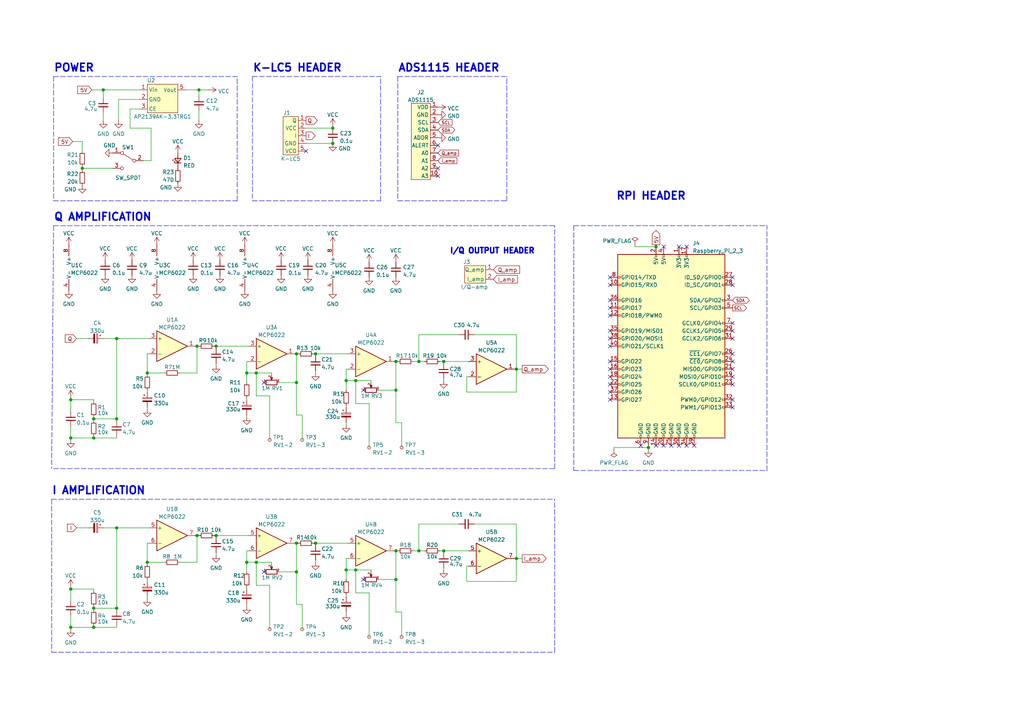
<source format=kicad_sch>
(kicad_sch (version 20211123) (generator eeschema)
  (paper "User" 340.004 240.005)
  (junction (at 98.425 117.475))
  (junction (at 31.115 139.065))
  (junction (at 104.775 180.34))
  (junction (at 23.495 208.28))
  (junction (at 38.735 139.065))
  (junction (at 118.11 126.365))
  (junction (at 118.11 189.23))
  (junction (at 217.805 81.915))
  (junction (at 139.065 120.015))
  (junction (at 65.405 177.8))
  (junction (at 114.935 126.365))
  (junction (at 31.115 208.28))
  (junction (at 131.445 120.015))
  (junction (at 38.735 175.26))
  (junction (at 81.915 186.69))
  (junction (at 131.445 192.405))
  (junction (at 110.49 42.545))
  (junction (at 85.09 123.825))
  (junction (at 85.09 186.69))
  (junction (at 98.425 180.34))
  (junction (at 147.32 182.88))
  (junction (at 66.04 29.845))
  (junction (at 81.915 123.825))
  (junction (at 38.735 201.93))
  (junction (at 215.265 148.59))
  (junction (at 98.425 189.865))
  (junction (at 131.445 129.54))
  (junction (at 139.065 182.88))
  (junction (at 27.305 55.88))
  (junction (at 110.49 47.625))
  (junction (at 104.775 117.475))
  (junction (at 48.895 123.825))
  (junction (at 38.735 112.395))
  (junction (at 48.895 186.69))
  (junction (at 147.32 120.015))
  (junction (at 114.935 189.23))
  (junction (at 34.29 29.845))
  (junction (at 23.495 132.715))
  (junction (at 71.755 177.8))
  (junction (at 71.755 114.935))
  (junction (at 31.115 145.415))
  (junction (at 23.495 195.58))
  (junction (at 171.45 185.42))
  (junction (at 65.405 114.935))
  (junction (at 98.425 127))
  (junction (at 31.115 201.93))
  (junction (at 131.445 182.88))
  (junction (at 23.495 145.415))
  (junction (at 171.45 122.555))
  (no_connect (at 220.345 147.955))
  (no_connect (at 222.885 147.955))
  (no_connect (at 225.425 147.955))
  (no_connect (at 227.965 147.955))
  (no_connect (at 101.6 50.165))
  (no_connect (at 202.565 122.555))
  (no_connect (at 202.565 125.095))
  (no_connect (at 202.565 127.635))
  (no_connect (at 202.565 130.175))
  (no_connect (at 202.565 132.715))
  (no_connect (at 202.565 104.775))
  (no_connect (at 202.565 109.855))
  (no_connect (at 202.565 112.395))
  (no_connect (at 202.565 114.935))
  (no_connect (at 202.565 120.015))
  (no_connect (at 202.565 99.695))
  (no_connect (at 202.565 102.235))
  (no_connect (at 202.565 92.075))
  (no_connect (at 202.565 94.615))
  (no_connect (at 220.345 81.915))
  (no_connect (at 225.425 81.915))
  (no_connect (at 227.965 81.915))
  (no_connect (at 243.205 94.615))
  (no_connect (at 243.205 92.075))
  (no_connect (at 217.805 147.955))
  (no_connect (at 212.725 147.955))
  (no_connect (at 145.415 58.42))
  (no_connect (at 243.205 135.255))
  (no_connect (at 243.205 132.715))
  (no_connect (at 243.205 127.635))
  (no_connect (at 243.205 125.095))
  (no_connect (at 243.205 122.555))
  (no_connect (at 243.205 120.015))
  (no_connect (at 243.205 117.475))
  (no_connect (at 243.205 112.395))
  (no_connect (at 243.205 109.855))
  (no_connect (at 243.205 107.315))
  (no_connect (at 87.63 127))
  (no_connect (at 120.65 129.54))
  (no_connect (at 120.65 192.405))
  (no_connect (at 87.63 189.865))
  (no_connect (at 230.505 147.955))
  (no_connect (at 145.415 55.88))
  (no_connect (at 145.415 48.26))
  (wire (pts (xy 34.29 29.845) (xy 46.355 29.845)))
  (wire (pts (xy 65.405 123.825) (xy 59.69 123.825)))
  (wire (pts (xy 131.445 192.405) (xy 125.73 192.405)))
  (wire (pts (xy 98.425 127) (xy 92.71 127)))
  (wire (pts (xy 81.915 120.015) (xy 81.915 123.825)))
  (wire (pts (xy 215.265 148.59) (xy 215.265 149.225)))
  (polyline (pts (xy 126.365 66.675) (xy 126.365 25.4)))
  (wire (pts (xy 85.09 194.31) (xy 89.535 194.31)))
  (wire (pts (xy 97.79 180.34) (xy 98.425 180.34)))
  (wire (pts (xy 171.45 111.125) (xy 157.48 111.125)))
  (wire (pts (xy 139.065 182.88) (xy 140.97 182.88)))
  (wire (pts (xy 123.19 126.365) (xy 118.11 126.365)))
  (wire (pts (xy 210.82 81.28) (xy 210.82 81.915)))
  (wire (pts (xy 131.445 140.335) (xy 133.35 140.335)))
  (polyline (pts (xy 17.145 216.535) (xy 184.15 216.535)))
  (wire (pts (xy 98.425 127) (xy 98.425 137.795)))
  (polyline (pts (xy 83.82 66.675) (xy 126.365 66.675)))
  (wire (pts (xy 133.35 203.2) (xy 133.35 211.455)))
  (wire (pts (xy 203.835 149.225) (xy 203.835 148.59)))
  (wire (pts (xy 131.445 192.405) (xy 131.445 203.2)))
  (wire (pts (xy 97.79 117.475) (xy 98.425 117.475)))
  (wire (pts (xy 85.09 186.69) (xy 85.09 194.31)))
  (wire (pts (xy 98.425 180.34) (xy 99.06 180.34)))
  (wire (pts (xy 104.775 117.475) (xy 115.57 117.475)))
  (wire (pts (xy 114.935 185.42) (xy 114.935 189.23)))
  (wire (pts (xy 64.77 177.8) (xy 65.405 177.8)))
  (wire (pts (xy 71.12 114.935) (xy 71.755 114.935)))
  (wire (pts (xy 171.45 173.99) (xy 171.45 185.42)))
  (wire (pts (xy 98.425 117.475) (xy 98.425 127)))
  (wire (pts (xy 82.55 182.88) (xy 81.915 182.88)))
  (wire (pts (xy 114.935 126.365) (xy 114.935 129.54)))
  (wire (pts (xy 114.935 134.62) (xy 114.935 135.255)))
  (wire (pts (xy 131.445 182.88) (xy 131.445 192.405)))
  (wire (pts (xy 23.495 195.58) (xy 31.115 195.58)))
  (polyline (pts (xy 17.78 25.4) (xy 78.74 25.4)))
  (wire (pts (xy 98.425 180.34) (xy 98.425 189.865)))
  (wire (pts (xy 66.04 29.845) (xy 66.04 31.75)))
  (wire (pts (xy 154.94 130.175) (xy 154.94 125.095)))
  (wire (pts (xy 100.33 200.66) (xy 100.33 208.915)))
  (wire (pts (xy 65.405 114.935) (xy 65.405 123.825)))
  (polyline (pts (xy 132.08 66.675) (xy 168.275 66.675)))
  (wire (pts (xy 104.775 123.19) (xy 104.775 123.825)))
  (wire (pts (xy 31.115 201.93) (xy 31.115 202.565)))
  (wire (pts (xy 38.735 144.78) (xy 38.735 145.415)))
  (wire (pts (xy 23.495 194.945) (xy 23.495 195.58)))
  (wire (pts (xy 104.775 117.475) (xy 104.775 118.11)))
  (wire (pts (xy 171.45 122.555) (xy 173.355 122.555)))
  (wire (pts (xy 71.755 114.935) (xy 82.55 114.935)))
  (polyline (pts (xy 78.74 66.675) (xy 78.74 25.4)))
  (wire (pts (xy 114.935 185.42) (xy 115.57 185.42)))
  (wire (pts (xy 130.81 182.88) (xy 131.445 182.88)))
  (wire (pts (xy 123.19 189.23) (xy 118.11 189.23)))
  (polyline (pts (xy 184.15 216.535) (xy 184.15 165.735)))
  (wire (pts (xy 101.6 47.625) (xy 110.49 47.625)))
  (wire (pts (xy 27.305 55.88) (xy 27.305 56.515)))
  (wire (pts (xy 48.895 117.475) (xy 48.895 123.825)))
  (wire (pts (xy 171.45 122.555) (xy 171.45 111.125)))
  (wire (pts (xy 31.115 208.28) (xy 23.495 208.28)))
  (wire (pts (xy 139.065 111.125) (xy 139.065 120.015)))
  (wire (pts (xy 47.625 53.34) (xy 50.165 53.34)))
  (wire (pts (xy 81.915 194.945) (xy 81.915 195.58)))
  (polyline (pts (xy 17.145 165.735) (xy 17.145 216.535)))
  (wire (pts (xy 147.32 125.73) (xy 147.32 126.365)))
  (wire (pts (xy 30.48 29.845) (xy 34.29 29.845)))
  (wire (pts (xy 81.915 137.795) (xy 81.915 138.43)))
  (wire (pts (xy 171.45 122.555) (xy 171.45 130.175)))
  (wire (pts (xy 123.19 189.23) (xy 123.19 189.865)))
  (wire (pts (xy 25.4 175.26) (xy 29.21 175.26)))
  (wire (pts (xy 90.17 186.69) (xy 85.09 186.69)))
  (wire (pts (xy 81.915 186.69) (xy 81.915 189.865)))
  (wire (pts (xy 104.775 186.055) (xy 104.775 186.69)))
  (wire (pts (xy 31.115 196.215) (xy 31.115 195.58)))
  (wire (pts (xy 38.735 139.065) (xy 31.115 139.065)))
  (wire (pts (xy 114.935 140.335) (xy 114.935 140.97)))
  (wire (pts (xy 114.935 197.485) (xy 114.935 198.12)))
  (wire (pts (xy 114.935 189.23) (xy 114.935 192.405)))
  (wire (pts (xy 71.755 114.935) (xy 71.755 115.57)))
  (wire (pts (xy 98.425 117.475) (xy 99.06 117.475)))
  (wire (pts (xy 118.11 126.365) (xy 118.11 133.985)))
  (wire (pts (xy 104.775 180.34) (xy 115.57 180.34)))
  (wire (pts (xy 104.14 180.34) (xy 104.775 180.34)))
  (wire (pts (xy 48.895 186.69) (xy 54.61 186.69)))
  (wire (pts (xy 81.915 182.88) (xy 81.915 186.69)))
  (wire (pts (xy 23.495 204.47) (xy 23.495 208.28)))
  (wire (pts (xy 104.775 180.34) (xy 104.775 180.975)))
  (polyline (pts (xy 17.78 74.93) (xy 184.15 74.93)))
  (wire (pts (xy 133.35 140.335) (xy 133.35 148.59)))
  (wire (pts (xy 66.04 36.83) (xy 66.04 40.005)))
  (wire (pts (xy 154.94 125.095) (xy 155.575 125.095)))
  (wire (pts (xy 122.555 196.85) (xy 122.555 211.455)))
  (wire (pts (xy 64.77 114.935) (xy 65.405 114.935)))
  (wire (pts (xy 65.405 114.935) (xy 66.04 114.935)))
  (wire (pts (xy 104.14 117.475) (xy 104.775 117.475)))
  (wire (pts (xy 100.33 137.795) (xy 100.33 146.05)))
  (wire (pts (xy 152.4 173.99) (xy 139.065 173.99)))
  (polyline (pts (xy 83.82 25.4) (xy 83.82 66.675)))
  (polyline (pts (xy 17.78 155.575) (xy 184.15 155.575)))
  (wire (pts (xy 118.11 196.85) (xy 122.555 196.85)))
  (wire (pts (xy 98.425 189.865) (xy 98.425 200.66)))
  (wire (pts (xy 89.535 131.445) (xy 89.535 146.05)))
  (polyline (pts (xy 17.78 25.4) (xy 17.78 66.675)))
  (wire (pts (xy 90.17 123.825) (xy 90.17 124.46)))
  (wire (pts (xy 71.755 177.8) (xy 82.55 177.8)))
  (wire (pts (xy 147.32 188.595) (xy 147.32 189.23)))
  (wire (pts (xy 139.065 173.99) (xy 139.065 182.88)))
  (wire (pts (xy 38.735 175.26) (xy 38.735 201.93)))
  (wire (pts (xy 98.425 137.795) (xy 100.33 137.795)))
  (wire (pts (xy 43.18 36.195) (xy 46.355 36.195)))
  (wire (pts (xy 34.29 29.845) (xy 34.29 32.385)))
  (wire (pts (xy 48.895 180.34) (xy 48.895 186.69)))
  (wire (pts (xy 85.09 186.69) (xy 81.915 186.69)))
  (wire (pts (xy 38.735 208.28) (xy 31.115 208.28)))
  (wire (pts (xy 27.305 55.245) (xy 27.305 55.88)))
  (wire (pts (xy 81.915 123.825) (xy 81.915 127)))
  (wire (pts (xy 23.495 141.605) (xy 23.495 145.415)))
  (wire (pts (xy 48.895 192.405) (xy 48.895 193.04)))
  (wire (pts (xy 34.29 37.465) (xy 34.29 40.005)))
  (wire (pts (xy 171.45 185.42) (xy 171.45 193.04)))
  (wire (pts (xy 90.17 186.69) (xy 90.17 187.325)))
  (wire (pts (xy 130.81 120.015) (xy 131.445 120.015)))
  (wire (pts (xy 31.115 201.295) (xy 31.115 201.93)))
  (wire (pts (xy 23.495 132.715) (xy 23.495 136.525)))
  (wire (pts (xy 215.265 147.955) (xy 215.265 148.59)))
  (wire (pts (xy 39.37 33.02) (xy 46.355 33.02)))
  (wire (pts (xy 23.495 195.58) (xy 23.495 199.39)))
  (wire (pts (xy 71.755 120.65) (xy 71.755 121.285)))
  (wire (pts (xy 114.935 122.555) (xy 115.57 122.555)))
  (polyline (pts (xy 184.15 155.575) (xy 184.15 74.93)))
  (wire (pts (xy 48.895 198.12) (xy 48.895 198.755)))
  (wire (pts (xy 171.45 130.175) (xy 154.94 130.175)))
  (polyline (pts (xy 190.5 156.21) (xy 254.635 156.21)))
  (wire (pts (xy 31.115 207.645) (xy 31.115 208.28)))
  (wire (pts (xy 118.11 126.365) (xy 114.935 126.365)))
  (wire (pts (xy 114.935 122.555) (xy 114.935 126.365)))
  (wire (pts (xy 34.29 112.395) (xy 38.735 112.395)))
  (wire (pts (xy 123.19 126.365) (xy 123.19 127)))
  (wire (pts (xy 171.45 173.99) (xy 157.48 173.99)))
  (polyline (pts (xy 190.5 74.93) (xy 190.5 156.21)))
  (wire (pts (xy 98.425 189.865) (xy 92.71 189.865)))
  (wire (pts (xy 38.735 139.7) (xy 38.735 139.065)))
  (wire (pts (xy 23.495 208.28) (xy 23.495 208.915)))
  (wire (pts (xy 48.895 129.54) (xy 48.895 130.175)))
  (wire (pts (xy 203.835 148.59) (xy 215.265 148.59)))
  (polyline (pts (xy 17.78 66.675) (xy 78.74 66.675)))
  (wire (pts (xy 139.065 120.015) (xy 140.97 120.015)))
  (wire (pts (xy 147.32 120.015) (xy 155.575 120.015)))
  (wire (pts (xy 23.495 145.415) (xy 23.495 146.05)))
  (wire (pts (xy 50.165 53.34) (xy 50.165 42.545)))
  (polyline (pts (xy 254.635 156.21) (xy 254.635 74.93)))
  (wire (pts (xy 31.115 145.415) (xy 23.495 145.415)))
  (wire (pts (xy 89.535 194.31) (xy 89.535 208.915)))
  (wire (pts (xy 71.12 177.8) (xy 71.755 177.8)))
  (wire (pts (xy 82.55 120.015) (xy 81.915 120.015)))
  (wire (pts (xy 147.32 182.88) (xy 155.575 182.88)))
  (wire (pts (xy 110.49 41.91) (xy 110.49 42.545)))
  (wire (pts (xy 65.405 177.8) (xy 65.405 186.69)))
  (wire (pts (xy 27.305 50.165) (xy 27.305 46.99)))
  (wire (pts (xy 38.735 201.93) (xy 31.115 201.93)))
  (wire (pts (xy 71.755 177.8) (xy 71.755 178.435)))
  (wire (pts (xy 65.405 177.8) (xy 66.04 177.8)))
  (wire (pts (xy 131.445 120.015) (xy 131.445 129.54)))
  (wire (pts (xy 31.115 133.35) (xy 31.115 132.715)))
  (wire (pts (xy 61.595 29.845) (xy 66.04 29.845)))
  (wire (pts (xy 118.11 189.23) (xy 114.935 189.23)))
  (wire (pts (xy 38.735 112.395) (xy 49.53 112.395)))
  (wire (pts (xy 98.425 200.66) (xy 100.33 200.66)))
  (wire (pts (xy 137.16 120.015) (xy 139.065 120.015)))
  (polyline (pts (xy 17.78 74.93) (xy 17.145 155.575)))
  (polyline (pts (xy 132.08 25.4) (xy 132.08 66.675)))
  (wire (pts (xy 171.45 193.04) (xy 154.94 193.04)))
  (wire (pts (xy 31.115 138.43) (xy 31.115 139.065)))
  (wire (pts (xy 71.755 183.515) (xy 71.755 184.15)))
  (wire (pts (xy 25.4 112.395) (xy 29.21 112.395)))
  (wire (pts (xy 131.445 129.54) (xy 131.445 140.335)))
  (wire (pts (xy 210.82 81.915) (xy 217.805 81.915)))
  (wire (pts (xy 39.37 40.005) (xy 39.37 33.02)))
  (wire (pts (xy 146.05 120.015) (xy 147.32 120.015)))
  (wire (pts (xy 48.895 135.255) (xy 48.895 135.89)))
  (wire (pts (xy 81.915 132.08) (xy 81.915 132.715)))
  (wire (pts (xy 49.53 180.34) (xy 48.895 180.34)))
  (wire (pts (xy 38.735 145.415) (xy 31.115 145.415)))
  (polyline (pts (xy 190.5 74.93) (xy 254.635 74.93)))
  (wire (pts (xy 90.17 123.825) (xy 85.09 123.825)))
  (wire (pts (xy 85.09 123.825) (xy 81.915 123.825)))
  (wire (pts (xy 48.895 186.69) (xy 48.895 187.325)))
  (wire (pts (xy 170.815 185.42) (xy 171.45 185.42)))
  (wire (pts (xy 27.305 55.88) (xy 37.465 55.88)))
  (wire (pts (xy 118.11 133.985) (xy 122.555 133.985)))
  (wire (pts (xy 101.6 42.545) (xy 110.49 42.545)))
  (wire (pts (xy 81.915 200.66) (xy 81.915 201.295)))
  (wire (pts (xy 152.4 111.125) (xy 139.065 111.125)))
  (wire (pts (xy 131.445 120.015) (xy 132.08 120.015)))
  (wire (pts (xy 38.735 207.645) (xy 38.735 208.28)))
  (wire (pts (xy 48.895 123.825) (xy 48.895 124.46)))
  (polyline (pts (xy 83.82 25.4) (xy 126.365 25.4)))
  (wire (pts (xy 85.09 123.825) (xy 85.09 131.445)))
  (wire (pts (xy 154.94 187.96) (xy 155.575 187.96)))
  (wire (pts (xy 146.05 182.88) (xy 147.32 182.88)))
  (wire (pts (xy 114.935 203.2) (xy 114.935 203.835)))
  (wire (pts (xy 118.11 189.23) (xy 118.11 196.85)))
  (wire (pts (xy 137.16 182.88) (xy 139.065 182.88)))
  (wire (pts (xy 38.735 202.565) (xy 38.735 201.93)))
  (polyline (pts (xy 168.275 66.675) (xy 168.275 25.4)))
  (wire (pts (xy 43.18 42.545) (xy 43.18 36.195)))
  (wire (pts (xy 27.305 46.99) (xy 24.13 46.99)))
  (wire (pts (xy 50.165 42.545) (xy 43.18 42.545)))
  (wire (pts (xy 131.445 129.54) (xy 125.73 129.54)))
  (wire (pts (xy 66.04 29.845) (xy 69.215 29.845)))
  (wire (pts (xy 170.815 122.555) (xy 171.45 122.555)))
  (wire (pts (xy 85.09 131.445) (xy 89.535 131.445)))
  (wire (pts (xy 147.32 120.015) (xy 147.32 120.65)))
  (wire (pts (xy 131.445 182.88) (xy 132.08 182.88)))
  (wire (pts (xy 131.445 203.2) (xy 133.35 203.2)))
  (wire (pts (xy 49.53 117.475) (xy 48.895 117.475)))
  (polyline (pts (xy 17.145 165.735) (xy 184.15 165.735)))
  (wire (pts (xy 31.115 144.78) (xy 31.115 145.415)))
  (wire (pts (xy 31.115 139.065) (xy 31.115 139.7)))
  (wire (pts (xy 65.405 186.69) (xy 59.69 186.69)))
  (wire (pts (xy 48.895 123.825) (xy 54.61 123.825)))
  (wire (pts (xy 122.555 133.985) (xy 122.555 148.59)))
  (wire (pts (xy 171.45 185.42) (xy 173.355 185.42)))
  (wire (pts (xy 217.805 81.28) (xy 217.805 81.915)))
  (wire (pts (xy 23.495 132.08) (xy 23.495 132.715)))
  (wire (pts (xy 147.32 182.88) (xy 147.32 183.515)))
  (wire (pts (xy 23.495 132.715) (xy 31.115 132.715)))
  (wire (pts (xy 34.29 175.26) (xy 38.735 175.26)))
  (wire (pts (xy 38.735 175.26) (xy 49.53 175.26)))
  (polyline (pts (xy 132.08 25.4) (xy 168.275 25.4)))
  (wire (pts (xy 154.94 193.04) (xy 154.94 187.96)))
  (wire (pts (xy 38.735 112.395) (xy 38.735 139.065)))
  (text "Q AMPLIFICATION" (at 17.78 73.66 0) (effects (font (size 2.54 2.54) (thickness 0.508) bold) (justify left bottom)))
  (text "I/Q OUTPUT HEADER" (at 149.225 84.455 0) (effects (font (size 1.8 1.8) (thickness 0.508) bold) (justify left bottom)))
  (text "I AMPLIFICATION" (at 17.145 164.465 0) (effects (font (size 2.54 2.54) (thickness 0.508) bold) (justify left bottom)))
  (text "K-LC5 HEADER\n" (at 83.82 24.13 0) (effects (font (size 2.54 2.54) (thickness 0.508) bold) (justify left bottom)))
  (text "POWER" (at 17.78 24.13 0) (effects (font (size 2.54 2.54) (thickness 0.508) bold) (justify left bottom)))
  (text "RPI HEADER" (at 204.47 66.675 0) (effects (font (size 2.54 2.54) (thickness 0.508) bold) (justify left bottom)))
  (text "ADS1115 HEADER\n" (at 132.08 24.13 0) (effects (font (size 2.54 2.54) (thickness 0.508) bold) (justify left bottom)))
  (global_label "5V" (shape output) (at 217.805 81.28 90) (property "Intersheet References" "${INTERSHEET_REFS}" (effects hide)))
  (global_label "SDA" (shape bidirectional) (at 145.415 43.18 0) (effects (font (size 1 1))) (property "Intersheet References" "${INTERSHEET_REFS}" (effects hide)))
  (global_label "I_amp" (shape output) (at 173.355 185.42 0) (property "Intersheet References" "${INTERSHEET_REFS}" (effects hide)))
  (global_label "Q_amp" (shape output) (at 173.355 122.555 0) (property "Intersheet References" "${INTERSHEET_REFS}" (effects hide)))
  (global_label "5V" (shape input) (at 24.13 46.99 180) (property "Intersheet References" "${INTERSHEET_REFS}" (effects hide)))
  (global_label "I" (shape output) (at 101.6 45.085 0) (property "Intersheet References" "${INTERSHEET_REFS}" (effects hide)))
  (global_label "5V" (shape input) (at 30.48 29.845 180) (property "Intersheet References" "${INTERSHEET_REFS}" (effects hide)))
  (global_label "I" (shape input) (at 25.4 175.26 180) (property "Intersheet References" "${INTERSHEET_REFS}" (effects hide)))
  (global_label "Q" (shape input) (at 25.4 112.395 180) (property "Intersheet References" "${INTERSHEET_REFS}" (effects hide)))
  (global_label "SCL" (shape input) (at 145.415 40.64 0) (effects (font (size 1 1))) (property "Intersheet References" "${INTERSHEET_REFS}" (effects hide)))
  (global_label "SDA" (shape bidirectional) (at 243.205 99.695 0) (effects (font (size 1 1))) (property "Intersheet References" "${INTERSHEET_REFS}" (effects hide)))
  (global_label "Q_amp" (shape input) (at 145.415 50.8 0) (effects (font (size 1 1))) (property "Intersheet References" "${INTERSHEET_REFS}" (effects hide)))
  (global_label "SCL" (shape output) (at 243.205 102.235 0) (effects (font (size 1 1))) (property "Intersheet References" "${INTERSHEET_REFS}" (effects hide)))
  (global_label "I_amp" (shape input) (at 163.83 92.71 0) (property "Intersheet References" "${INTERSHEET_REFS}" (effects hide)))
  (global_label "I_amp" (shape input) (at 145.415 53.34 0) (effects (font (size 1 1))) (property "Intersheet References" "${INTERSHEET_REFS}" (effects hide)))
  (global_label "Q_amp" (shape input) (at 163.83 89.535 0) (property "Intersheet References" "${INTERSHEET_REFS}" (effects hide)))
  (global_label "Q" (shape output) (at 101.6 40.005 0) (property "Intersheet References" "${INTERSHEET_REFS}" (effects hide)))
  (symbol (lib_id "Device:C_Small") (at 38.735 205.105 0) (unit 1)
    (property "Reference" "C8" (at 40.64 203.835 0) (effects (justify left)))
    (property "Value" "4.7u" (at 40.64 206.375 0) (effects (justify left)))
    (property "Footprint" "Capacitor_SMD:C_1206_3216Metric_Pad1.33x1.80mm_HandSolder" (effects hide))
  )
  (symbol (lib_id "power:GND") (at 145.415 38.1 90) (unit 1)
    (property "Reference" "#PWR0142" (effects hide))
    (property "Value" "GND" (at 148.59 38.5338 90) (effects (justify right)))
  )
  (symbol (lib_id "power:GND") (at 52.07 96.52 0) (unit 1)
    (property "Reference" "#PWR0111" (effects hide))
    (property "Value" "GND" (at 52.07 100.9634 0))
  )
  (symbol (lib_id "Device:C_Polarized_Small") (at 114.935 200.66 0) (unit 1)
    (property "Reference" "C25" (at 108.585 199.39 0) (effects (justify left)))
    (property "Value" "330u" (at 107.95 201.295 0) (effects (justify left)))
    (property "Footprint" "Capacitor_THT:CP_Radial_D8.0mm_P2.50mm" (effects hide))
  )
  (symbol (lib_id "Device:R_Small") (at 101.6 180.34 270) (unit 1)
    (property "Reference" "R14" (at 100.33 178.435 90))
    (property "Value" "10k" (at 103.505 178.435 90))
    (property "Footprint" "Resistor_SMD:R_1206_3216Metric_Pad1.30x1.75mm_HandSolder" (effects hide))
  )
  (symbol (lib_id "power:GND") (at 110.49 47.625 0) (unit 1)
    (property "Reference" "#PWR0150" (effects hide))
    (property "Value" "GND" (at 112.395 49.3288 0) (effects (justify left)))
  )
  (symbol (lib_id "Proj_Lib:ADS1115") (at 139.7 45.72 0) (unit 1)
    (property "Reference" "J2" (at 139.7 30.641 0))
    (property "Value" "ADS1115" (at 139.7 33.1779 0))
    (property "Footprint" "Connector_PinSocket_2.54mm:PinSocket_1x10_P2.54mm_Vertical" (effects hide))
  )
  (symbol (lib_id "power:GND") (at 104.775 186.69 0) (unit 1)
    (property "Reference" "#PWR0104" (effects hide))
    (property "Value" "GND" (at 104.775 191.1334 0))
  )
  (symbol (lib_id "power:VCC") (at 22.86 81.28 0) (unit 1)
    (property "Reference" "#PWR0122" (effects hide))
    (property "Value" "VCC" (at 24.765 77.47 0) (effects (justify right)))
  )
  (symbol (lib_id "Device:C_Small") (at 66.04 34.29 0) (unit 1)
    (property "Reference" "C12" (at 68.3641 33.4616 0) (effects (justify left)))
    (property "Value" "4.7u" (at 68.3641 35.9985 0) (effects (justify left)))
    (property "Footprint" "Capacitor_SMD:C_1206_3216Metric_Pad1.33x1.80mm_HandSolder" (effects hide))
  )
  (symbol (lib_id "power:VCC") (at 122.555 86.995 0) (unit 1)
    (property "Reference" "#PWR0138" (effects hide))
    (property "Value" "VCC" (at 124.46 83.185 0) (effects (justify right)))
  )
  (symbol (lib_id "Proj_Lib:I{slash}Q-amp") (at 157.48 90.805 0) (unit 1)
    (property "Reference" "J3" (at 154.94 86.995 0))
    (property "Value" "I/Q-amp" (at 157.48 95.25 0))
    (property "Footprint" "Connector_PinSocket_2.54mm:PinSocket_1x02_P2.54mm_Vertical" (effects hide))
  )
  (symbol (lib_id "power:GND") (at 34.925 91.44 0) (unit 1)
    (property "Reference" "#PWR0107" (effects hide))
    (property "Value" "GND" (at 34.925 95.8834 0))
  )
  (symbol (lib_id "power:GND") (at 110.49 96.52 0) (unit 1)
    (property "Reference" "#PWR0136" (effects hide))
    (property "Value" "GND" (at 110.49 100.9634 0))
  )
  (symbol (lib_id "Amplifier_Operational:MCP6022") (at 123.19 182.88 0) (unit 2)
    (property "Reference" "U4" (at 123.19 174.1002 0))
    (property "Value" "MCP6022" (at 123.19 176.6371 0))
    (property "Footprint" "Package_SO:SOIC-8_3.9x4.9mm_P1.27mm" (effects hide))
    (property "Datasheet" "http://ww1.microchip.com/downloads/en/devicedoc/20001685e.pdf" (effects hide))
  )
  (symbol (lib_id "Device:C_Small") (at 23.495 201.93 0) (unit 1)
    (property "Reference" "C2" (at 25.4 200.66 0) (effects (justify left)))
    (property "Value" "0.1u" (at 25.4 203.2 0) (effects (justify left)))
    (property "Footprint" "Capacitor_SMD:C_1206_3216Metric_Pad1.33x1.80mm_HandSolder" (effects hide))
  )
  (symbol (lib_id "Device:R_Small") (at 134.62 120.015 270) (unit 1)
    (property "Reference" "R17" (at 133.35 118.11 90))
    (property "Value" "10k" (at 137.16 118.11 90))
    (property "Footprint" "Resistor_SMD:R_1206_3216Metric_Pad1.30x1.75mm_HandSolder" (effects hide))
  )
  (symbol (lib_id "power:GND") (at 147.32 189.23 0) (unit 1)
    (property "Reference" "#PWR0101" (effects hide))
    (property "Value" "GND" (at 147.32 193.6734 0))
  )
  (symbol (lib_id "Device:R_Small") (at 114.935 132.08 0) (unit 1)
    (property "Reference" "R15" (at 112.395 130.81 0))
    (property "Value" "10k" (at 111.76 133.35 0))
    (property "Footprint" "Resistor_SMD:R_1206_3216Metric_Pad1.30x1.75mm_HandSolder" (effects hide))
  )
  (symbol (lib_id "Device:C_Polarized_Small") (at 81.915 135.255 0) (unit 1)
    (property "Reference" "C17" (at 75.565 133.985 0) (effects (justify left)))
    (property "Value" "330u" (at 74.93 135.89 0) (effects (justify left)))
    (property "Footprint" "Capacitor_THT:CP_Radial_D8.0mm_P2.50mm" (effects hide))
  )
  (symbol (lib_id "Amplifier_Operational:MCP6022") (at 83.82 88.9 0) (unit 3)
    (property "Reference" "U4" (at 81.915 88.0653 0) (effects (justify left)))
    (property "Value" "MCP6022" (at 81.915 90.6022 0) (effects (justify left)))
    (property "Footprint" "Package_SO:SOIC-8_3.9x4.9mm_P1.27mm" (effects hide))
    (property "Datasheet" "http://ww1.microchip.com/downloads/en/devicedoc/20001685e.pdf" (effects hide))
  )
  (symbol (lib_id "Device:C_Small") (at 73.025 88.9 0) (unit 1)
    (property "Reference" "C16" (at 75.3491 88.0716 0) (effects (justify left)))
    (property "Value" "4.7u" (at 75.3491 90.6085 0) (effects (justify left)))
    (property "Footprint" "Capacitor_SMD:C_1206_3216Metric_Pad1.33x1.80mm_HandSolder" (effects hide))
  )
  (symbol (lib_id "power:VCC") (at 43.815 86.36 0) (unit 1)
    (property "Reference" "#PWR0109" (effects hide))
    (property "Value" "VCC" (at 45.72 82.55 0) (effects (justify right)))
  )
  (symbol (lib_id "power:GND") (at 37.465 50.8 270) (mirror x) (unit 1)
    (property "Reference" "#PWR0146" (effects hide))
    (property "Value" "GND" (at 34.29 48.26 90) (effects (justify left)))
  )
  (symbol (lib_id "power:GND") (at 102.235 91.44 0) (unit 1)
    (property "Reference" "#PWR0127" (effects hide))
    (property "Value" "GND" (at 102.235 95.8834 0))
  )
  (symbol (lib_id "Device:C_Polarized_Small") (at 48.895 132.715 0) (unit 1)
    (property "Reference" "C10" (at 51.054 131.3342 0) (effects (justify left)))
    (property "Value" "330u" (at 51.054 133.8711 0) (effects (justify left)))
    (property "Footprint" "Capacitor_THT:CP_Radial_D8.0mm_P2.50mm" (effects hide))
  )
  (symbol (lib_id "power:GND") (at 71.755 184.15 0) (unit 1)
    (property "Reference" "#PWR0103" (effects hide))
    (property "Value" "GND" (at 71.755 188.5934 0))
  )
  (symbol (lib_id "power:VCC") (at 110.49 81.28 0) (unit 1)
    (property "Reference" "#PWR0134" (effects hide))
    (property "Value" "VCC" (at 112.395 77.47 0) (effects (justify right)))
  )
  (symbol (lib_id "Device:C_Small") (at 34.925 88.9 0) (unit 1)
    (property "Reference" "C6" (at 37.2491 88.0716 0) (effects (justify left)))
    (property "Value" "0.1u" (at 37.2491 90.6085 0) (effects (justify left)))
    (property "Footprint" "Capacitor_SMD:C_1206_3216Metric_Pad1.33x1.80mm_HandSolder" (effects hide))
  )
  (symbol (lib_id "Amplifier_Operational:MCP6022") (at 123.19 120.015 0) (unit 1)
    (property "Reference" "U4" (at 123.19 111.2352 0))
    (property "Value" "MCP6022" (at 123.19 113.7721 0))
    (property "Footprint" "Package_SO:SOIC-8_3.9x4.9mm_P1.27mm" (effects hide))
    (property "Datasheet" "http://ww1.microchip.com/downloads/en/devicedoc/20001685e.pdf" (effects hide))
  )
  (symbol (lib_id "Device:R_Small") (at 143.51 120.015 270) (unit 1)
    (property "Reference" "R19" (at 142.24 118.11 90))
    (property "Value" "10k" (at 146.685 118.11 90))
    (property "Footprint" "Resistor_SMD:R_1206_3216Metric_Pad1.30x1.75mm_HandSolder" (effects hide))
  )
  (symbol (lib_id "Device:C_Small") (at 102.235 88.9 0) (unit 1)
    (property "Reference" "C20" (at 104.5591 88.0716 0) (effects (justify left)))
    (property "Value" "4.7u" (at 104.5591 90.6085 0) (effects (justify left)))
    (property "Footprint" "Capacitor_SMD:C_1206_3216Metric_Pad1.33x1.80mm_HandSolder" (effects hide))
  )
  (symbol (lib_id "Connector:TestPoint_Small") (at 133.35 211.455 0) (unit 1)
    (property "Reference" "TP8" (at 134.493 210.6203 0) (effects (justify left)))
    (property "Value" "RV1-3" (at 134.493 213.1572 0) (effects (justify left)))
    (property "Footprint" "TestPoint:TestPoint_Pad_D3.0mm" (effects hide))
  )
  (symbol (lib_id "power:GND") (at 66.04 40.005 0) (unit 1)
    (property "Reference" "#PWR0148" (effects hide))
    (property "Value" "GND" (at 66.04 44.4484 0))
  )
  (symbol (lib_id "power:PWR_FLAG") (at 210.82 81.28 0) (unit 1)
    (property "Reference" "#FLG0101" (effects hide))
    (property "Value" "PWR_FLAG" (at 200.025 80.01 0) (effects (justify left)))
  )
  (symbol (lib_id "Connector:TestPoint_Small") (at 122.555 148.59 0) (unit 1)
    (property "Reference" "TP5" (at 123.698 147.7553 0) (effects (justify left)))
    (property "Value" "RV1-2" (at 123.698 150.2922 0) (effects (justify left)))
    (property "Footprint" "TestPoint:TestPoint_Pad_D3.0mm" (effects hide))
  )
  (symbol (lib_id "Device:C_Small") (at 43.815 88.9 0) (unit 1)
    (property "Reference" "C9" (at 46.1391 88.0716 0) (effects (justify left)))
    (property "Value" "4.7u" (at 46.1391 90.6085 0) (effects (justify left)))
    (property "Footprint" "Capacitor_SMD:C_1206_3216Metric_Pad1.33x1.80mm_HandSolder" (effects hide))
  )
  (symbol (lib_id "Device:R_Small") (at 27.305 59.055 0) (unit 1)
    (property "Reference" "R22" (at 24.13 57.785 0))
    (property "Value" "20k" (at 24.13 60.325 0))
    (property "Footprint" "Resistor_SMD:R_1206_3216Metric_Pad1.30x1.75mm_HandSolder" (effects hide))
  )
  (symbol (lib_id "power:VCC") (at 23.495 132.08 0) (unit 1)
    (property "Reference" "#PWR0113" (effects hide))
    (property "Value" "VCC" (at 25.4 128.27 0) (effects (justify right)))
  )
  (symbol (lib_id "Device:C_Polarized_Small") (at 81.915 198.12 0) (unit 1)
    (property "Reference" "C18" (at 75.565 196.85 0) (effects (justify left)))
    (property "Value" "330u" (at 74.93 199.39 0) (effects (justify left)))
    (property "Footprint" "Capacitor_THT:CP_Radial_D8.0mm_P2.50mm" (effects hide))
  )
  (symbol (lib_id "Device:R_Small") (at 31.115 205.105 0) (unit 1)
    (property "Reference" "R4" (at 32.385 204.47 0) (effects (justify left)))
    (property "Value" "10k" (at 32.385 206.375 0) (effects (justify left)))
    (property "Footprint" "Resistor_SMD:R_1206_3216Metric_Pad1.30x1.75mm_HandSolder" (effects hide))
  )
  (symbol (lib_id "Device:R_Small") (at 57.15 123.825 270) (unit 1)
    (property "Reference" "R7" (at 55.88 121.92 90))
    (property "Value" "1M" (at 58.42 121.92 90))
    (property "Footprint" "Resistor_SMD:R_1206_3216Metric_Pad1.30x1.75mm_HandSolder" (effects hide))
  )
  (symbol (lib_id "Device:R_Small") (at 114.935 194.945 0) (unit 1)
    (property "Reference" "R16" (at 112.395 193.675 0))
    (property "Value" "10k" (at 111.76 196.215 0))
    (property "Footprint" "Resistor_SMD:R_1206_3216Metric_Pad1.30x1.75mm_HandSolder" (effects hide))
  )
  (symbol (lib_id "Device:C_Polarized_Small") (at 31.75 112.395 270) (unit 1)
    (property "Reference" "C4" (at 32.2961 107.2982 90))
    (property "Value" "330u" (at 32.2961 109.8351 90))
    (property "Footprint" "Capacitor_THT:CP_Radial_D8.0mm_P2.50mm" (effects hide))
  )
  (symbol (lib_id "Amplifier_Operational:MCP6022") (at 90.17 180.34 0) (unit 2)
    (property "Reference" "U3" (at 90.17 171.5602 0))
    (property "Value" "MCP6022" (at 90.17 174.0971 0))
    (property "Footprint" "Package_SO:SOIC-8_3.9x4.9mm_P1.27mm" (effects hide))
    (property "Datasheet" "http://ww1.microchip.com/downloads/en/devicedoc/20001685e.pdf" (effects hide))
  )
  (symbol (lib_id "power:GND") (at 122.555 92.075 0) (unit 1)
    (property "Reference" "#PWR0139" (effects hide))
    (property "Value" "GND" (at 122.555 96.5184 0))
  )
  (symbol (lib_id "Amplifier_Operational:MCP6022") (at 57.15 114.935 0) (unit 1)
    (property "Reference" "U1" (at 57.15 106.1552 0))
    (property "Value" "MCP6022" (at 57.15 108.6921 0))
    (property "Footprint" "Package_SO:SOIC-8_3.9x4.9mm_P1.27mm" (effects hide))
    (property "Datasheet" "http://ww1.microchip.com/downloads/en/devicedoc/20001685e.pdf" (effects hide))
  )
  (symbol (lib_id "Switch:SW_SPDT") (at 42.545 53.34 0) (mirror y) (unit 1)
    (property "Reference" "SW1" (at 42.545 48.895 0))
    (property "Value" "SW_SPDT" (at 42.545 59.055 0))
  )
  (symbol (lib_id "Connector:TestPoint_Small") (at 89.535 208.915 0) (unit 1)
    (property "Reference" "TP2" (at 90.678 208.0803 0) (effects (justify left)))
    (property "Value" "RV1-2" (at 90.678 210.6172 0) (effects (justify left)))
    (property "Footprint" "TestPoint:TestPoint_Pad_D3.0mm" (effects hide))
  )
  (symbol (lib_id "Connector:TestPoint_Small") (at 133.35 148.59 0) (unit 1)
    (property "Reference" "TP7" (at 134.493 147.7553 0) (effects (justify left)))
    (property "Value" "RV1-3" (at 134.493 150.2922 0) (effects (justify left)))
    (property "Footprint" "TestPoint:TestPoint_Pad_D3.0mm" (effects hide))
  )
  (symbol (lib_id "power:VCC") (at 34.925 86.36 0) (unit 1)
    (property "Reference" "#PWR0106" (effects hide))
    (property "Value" "VCC" (at 36.83 82.55 0) (effects (justify right)))
  )
  (symbol (lib_id "power:GND") (at 39.37 40.005 0) (unit 1)
    (property "Reference" "#PWR0145" (effects hide))
    (property "Value" "GND" (at 39.37 44.4484 0))
  )
  (symbol (lib_id "Device:R_Small") (at 27.305 52.705 0) (unit 1)
    (property "Reference" "R21" (at 24.13 51.435 0))
    (property "Value" "10k" (at 24.13 53.975 0))
    (property "Footprint" "Resistor_SMD:R_1206_3216Metric_Pad1.30x1.75mm_HandSolder" (effects hide))
  )
  (symbol (lib_id "Device:R_Small") (at 57.15 186.69 270) (unit 1)
    (property "Reference" "R8" (at 55.245 184.785 90))
    (property "Value" "1M" (at 59.055 184.785 90))
    (property "Footprint" "Resistor_SMD:R_1206_3216Metric_Pad1.30x1.75mm_HandSolder" (effects hide))
  )
  (symbol (lib_id "Proj_Lib:K-LC5") (at 96.52 45.085 0) (unit 1)
    (property "Reference" "J1" (at 95.25 37.465 0))
    (property "Value" "K-LC5" (at 96.52 52.705 0))
    (property "Footprint" "Connector_PinSocket_2.54mm:PinSocket_1x05_P2.54mm_Vertical" (effects hide))
  )
  (symbol (lib_id "Device:R_Potentiometer_Small") (at 123.19 192.405 90) (unit 1)
    (property "Reference" "RV4" (at 125.095 194.31 90))
    (property "Value" "1M" (at 121.285 194.31 90))
    (property "Footprint" "Proj_Lib:ST4ETA105" (effects hide))
  )
  (symbol (lib_id "power:VCC") (at 110.49 41.91 0) (unit 1)
    (property "Reference" "#PWR0151" (effects hide))
    (property "Value" "VCC" (at 108.585 38.1 0) (effects (justify left)))
  )
  (symbol (lib_id "power:GND") (at 64.135 91.44 0) (unit 1)
    (property "Reference" "#PWR0110" (effects hide))
    (property "Value" "GND" (at 64.135 95.8834 0))
  )
  (symbol (lib_id "Device:C_Small") (at 34.29 34.925 0) (unit 1)
    (property "Reference" "C3" (at 29.21 34.29 0) (effects (justify left)))
    (property "Value" "4.7u" (at 27.94 36.195 0) (effects (justify left)))
    (property "Footprint" "Capacitor_SMD:C_1206_3216Metric_Pad1.33x1.80mm_HandSolder" (effects hide))
  )
  (symbol (lib_id "Amplifier_Operational:MCP6022") (at 57.15 177.8 0) (unit 2)
    (property "Reference" "U1" (at 57.15 169.0202 0))
    (property "Value" "MCP6022" (at 57.15 171.5571 0))
    (property "Footprint" "Package_SO:SOIC-8_3.9x4.9mm_P1.27mm" (effects hide))
    (property "Datasheet" "http://ww1.microchip.com/downloads/en/devicedoc/20001685e.pdf" (effects hide))
  )
  (symbol (lib_id "power:GND") (at 59.055 60.96 0) (mirror y) (unit 1)
    (property "Reference" "#PWR0153" (effects hide))
    (property "Value" "GND" (at 57.15 62.23 0) (effects (justify left)))
  )
  (symbol (lib_id "Device:C_Small") (at 104.775 183.515 0) (unit 1)
    (property "Reference" "C22" (at 106.68 182.245 0) (effects (justify left)))
    (property "Value" "4.7u" (at 106.68 184.785 0) (effects (justify left)))
    (property "Footprint" "Capacitor_SMD:C_1206_3216Metric_Pad1.33x1.80mm_HandSolder" (effects hide))
  )
  (symbol (lib_id "power:GND") (at 23.495 146.05 0) (unit 1)
    (property "Reference" "#PWR0128" (effects hide))
    (property "Value" "GND" (at 23.495 150.4934 0))
  )
  (symbol (lib_id "Amplifier_Operational:MCP6022") (at 163.195 122.555 0) (unit 1)
    (property "Reference" "U5" (at 163.195 113.7752 0))
    (property "Value" "MCP6022" (at 163.195 116.3121 0))
    (property "Footprint" "Package_SO:SOIC-8_3.9x4.9mm_P1.27mm" (effects hide))
    (property "Datasheet" "http://ww1.microchip.com/downloads/en/devicedoc/20001685e.pdf" (effects hide))
  )
  (symbol (lib_id "Device:R_Small") (at 31.115 198.755 0) (unit 1)
    (property "Reference" "R3" (at 32.385 198.12 0) (effects (justify left)))
    (property "Value" "10k" (at 32.385 200.025 0) (effects (justify left)))
    (property "Footprint" "Resistor_SMD:R_1206_3216Metric_Pad1.30x1.75mm_HandSolder" (effects hide))
  )
  (symbol (lib_id "Device:R_Small") (at 68.58 114.935 270) (unit 1)
    (property "Reference" "R9" (at 67.31 113.03 90))
    (property "Value" "10k" (at 70.485 113.03 90))
    (property "Footprint" "Resistor_SMD:R_1206_3216Metric_Pad1.30x1.75mm_HandSolder" (effects hide))
  )
  (symbol (lib_id "power:GND") (at 81.28 96.52 0) (unit 1)
    (property "Reference" "#PWR0133" (effects hide))
    (property "Value" "GND" (at 81.28 100.9634 0))
  )
  (symbol (lib_id "power:GND") (at 34.29 40.005 0) (unit 1)
    (property "Reference" "#PWR0144" (effects hide))
    (property "Value" "GND" (at 34.29 44.4484 0))
  )
  (symbol (lib_id "Device:C_Small") (at 147.32 123.19 0) (unit 1)
    (property "Reference" "C28" (at 149.225 122.555 0) (effects (justify left)))
    (property "Value" "4.7u" (at 149.225 124.46 0) (effects (justify left)))
    (property "Footprint" "Capacitor_SMD:C_1206_3216Metric_Pad1.33x1.80mm_HandSolder" (effects hide))
  )
  (symbol (lib_id "power:GND") (at 71.755 121.285 0) (unit 1)
    (property "Reference" "#PWR0119" (effects hide))
    (property "Value" "GND" (at 71.755 125.7284 0))
  )
  (symbol (lib_id "Amplifier_Operational:MCP6022") (at 113.03 88.9 0) (unit 3)
    (property "Reference" "U5" (at 111.125 88.0653 0) (effects (justify left)))
    (property "Value" "MCP6022" (at 111.125 90.6022 0) (effects (justify left)))
    (property "Footprint" "Package_SO:SOIC-8_3.9x4.9mm_P1.27mm" (effects hide))
    (property "Datasheet" "http://ww1.microchip.com/downloads/en/devicedoc/20001685e.pdf" (effects hide))
  )
  (symbol (lib_id "Device:C_Small") (at 38.735 142.24 0) (unit 1)
    (property "Reference" "C7" (at 40.64 140.97 0) (effects (justify left)))
    (property "Value" "4.7u" (at 40.64 143.51 0) (effects (justify left)))
    (property "Footprint" "Capacitor_SMD:C_1206_3216Metric_Pad1.33x1.80mm_HandSolder" (effects hide))
  )
  (symbol (lib_id "Device:R_Small") (at 68.58 177.8 270) (unit 1)
    (property "Reference" "R10" (at 67.31 175.895 90))
    (property "Value" "10k" (at 71.755 175.895 90))
    (property "Footprint" "Resistor_SMD:R_1206_3216Metric_Pad1.30x1.75mm_HandSolder" (effects hide))
  )
  (symbol (lib_id "power:VCC") (at 73.025 86.36 0) (unit 1)
    (property "Reference" "#PWR0131" (effects hide))
    (property "Value" "VCC" (at 74.93 82.55 0) (effects (justify right)))
  )
  (symbol (lib_id "Device:R_Small") (at 81.915 192.405 0) (unit 1)
    (property "Reference" "R12" (at 79.375 191.135 0))
    (property "Value" "10k" (at 78.74 193.675 0))
    (property "Footprint" "Resistor_SMD:R_1206_3216Metric_Pad1.30x1.75mm_HandSolder" (effects hide))
  )
  (symbol (lib_id "Device:C_Small") (at 104.775 120.65 0) (unit 1)
    (property "Reference" "C21" (at 106.68 119.38 0) (effects (justify left)))
    (property "Value" "4.7u" (at 106.68 121.92 0) (effects (justify left)))
    (property "Footprint" "Capacitor_SMD:C_1206_3216Metric_Pad1.33x1.80mm_HandSolder" (effects hide))
  )
  (symbol (lib_id "power:GND") (at 93.345 91.44 0) (unit 1)
    (property "Reference" "#PWR0124" (effects hide))
    (property "Value" "GND" (at 93.345 95.8834 0))
  )
  (symbol (lib_id "Device:C_Small") (at 154.94 111.125 270) (unit 1)
    (property "Reference" "C30" (at 150.495 107.95 90) (effects (justify left)))
    (property "Value" "4.7u" (at 154.94 107.95 90) (effects (justify left)))
    (property "Footprint" "Capacitor_SMD:C_1206_3216Metric_Pad1.33x1.80mm_HandSolder" (effects hide))
  )
  (symbol (lib_id "Amplifier_Operational:MCP6022") (at 90.17 117.475 0) (unit 1)
    (property "Reference" "U3" (at 90.17 108.6952 0))
    (property "Value" "MCP6022" (at 90.17 111.2321 0))
    (property "Footprint" "Package_SO:SOIC-8_3.9x4.9mm_P1.27mm" (effects hide))
    (property "Datasheet" "http://ww1.microchip.com/downloads/en/devicedoc/20001685e.pdf" (effects hide))
  )
  (symbol (lib_id "Connector:Raspberry_Pi_2_3") (at 222.885 114.935 0) (unit 1)
    (property "Reference" "J4" (at 229.9844 80.7552 0) (effects (justify left)))
    (property "Value" "Raspberry_Pi_2_3" (at 229.9844 83.2921 0) (effects (justify left)))
    (property "Footprint" "Connector_PinSocket_2.54mm:PinSocket_2x20_P2.54mm_Vertical" (effects hide))
    (property "Datasheet" "https://www.raspberrypi.org/documentation/hardware/raspberrypi/schematics/rpi_SCH_3bplus_1p0_reduced.pdf" (effects hide))
  )
  (symbol (lib_id "Device:R_Small") (at 143.51 182.88 270) (unit 1)
    (property "Reference" "R20" (at 143.51 180.975 90))
    (property "Value" "10k" (at 143.51 184.785 90))
    (property "Footprint" "Resistor_SMD:R_1206_3216Metric_Pad1.30x1.75mm_HandSolder" (effects hide))
  )
  (symbol (lib_id "Device:R_Potentiometer_Small") (at 90.17 127 90) (unit 1)
    (property "Reference" "RV1" (at 92.075 128.905 90))
    (property "Value" "1M" (at 88.265 128.905 90))
    (property "Footprint" "Proj_Lib:ST4ETA105" (effects hide))
  )
  (symbol (lib_id "power:GND") (at 22.86 96.52 0) (unit 1)
    (property "Reference" "#PWR0120" (effects hide))
    (property "Value" "GND" (at 22.86 100.9634 0))
  )
  (symbol (lib_id "Device:R_Small") (at 48.895 189.865 0) (unit 1)
    (property "Reference" "R6" (at 46.355 188.595 0))
    (property "Value" "10k" (at 45.72 191.135 0))
    (property "Footprint" "Resistor_SMD:R_1206_3216Metric_Pad1.30x1.75mm_HandSolder" (effects hide))
  )
  (symbol (lib_id "Proj_Lib:AP2139AK-3.3TRG1") (at 53.975 33.02 0) (unit 1)
    (property "Reference" "U2" (at 50.165 26.67 0))
    (property "Value" "AP2139AK-3.3TRG1" (at 53.975 38.735 0))
    (property "Footprint" "Package_TO_SOT_SMD:SOT-23-5_HandSoldering" (effects hide))
  )
  (symbol (lib_id "power:GND") (at 131.445 92.075 0) (unit 1)
    (property "Reference" "#PWR0140" (effects hide))
    (property "Value" "GND" (at 131.445 96.5184 0))
  )
  (symbol (lib_id "power:GND") (at 27.305 61.595 0) (mirror y) (unit 1)
    (property "Reference" "#PWR01" (effects hide))
    (property "Value" "GND" (at 25.4 62.865 0) (effects (justify left)))
  )
  (symbol (lib_id "Device:C_Small") (at 122.555 89.535 0) (unit 1)
    (property "Reference" "C26" (at 124.8791 88.7066 0) (effects (justify left)))
    (property "Value" "0.1u" (at 124.8791 91.2435 0) (effects (justify left)))
    (property "Footprint" "Capacitor_SMD:C_1206_3216Metric_Pad1.33x1.80mm_HandSolder" (effects hide))
  )
  (symbol (lib_id "power:VCC") (at 131.445 86.995 0) (unit 1)
    (property "Reference" "#PWR0137" (effects hide))
    (property "Value" "VCC" (at 133.35 83.185 0) (effects (justify right)))
  )
  (symbol (lib_id "Device:C_Small") (at 23.495 139.065 0) (unit 1)
    (property "Reference" "C1" (at 25.4 137.795 0) (effects (justify left)))
    (property "Value" "0.1u" (at 25.4 140.335 0) (effects (justify left)))
    (property "Footprint" "Capacitor_SMD:C_1206_3216Metric_Pad1.33x1.80mm_HandSolder" (effects hide))
  )
  (symbol (lib_id "Device:C_Polarized_Small") (at 31.75 175.26 270) (unit 1)
    (property "Reference" "C5" (at 32.2961 170.1632 90))
    (property "Value" "330u" (at 32.2961 172.7001 90))
    (property "Footprint" "Capacitor_THT:CP_Radial_D8.0mm_P2.50mm" (effects hide))
  )
  (symbol (lib_id "Device:C_Polarized_Small") (at 48.895 195.58 0) (unit 1)
    (property "Reference" "C11" (at 51.054 194.1992 0) (effects (justify left)))
    (property "Value" "330u" (at 51.054 196.7361 0) (effects (justify left)))
    (property "Footprint" "Capacitor_THT:CP_Radial_D8.0mm_P2.50mm" (effects hide))
  )
  (symbol (lib_id "power:VCC") (at 52.07 81.28 0) (unit 1)
    (property "Reference" "#PWR0121" (effects hide))
    (property "Value" "VCC" (at 53.975 77.47 0) (effects (justify right)))
  )
  (symbol (lib_id "Device:C_Small") (at 64.135 88.9 0) (unit 1)
    (property "Reference" "C13" (at 66.4591 88.0716 0) (effects (justify left)))
    (property "Value" "0.1u" (at 66.4591 90.6085 0) (effects (justify left)))
    (property "Footprint" "Capacitor_SMD:C_1206_3216Metric_Pad1.33x1.80mm_HandSolder" (effects hide))
  )
  (symbol (lib_id "power:GND") (at 48.895 135.89 0) (unit 1)
    (property "Reference" "#PWR0114" (effects hide))
    (property "Value" "GND" (at 48.895 140.3334 0))
  )
  (symbol (lib_id "Device:R_Small") (at 101.6 117.475 270) (unit 1)
    (property "Reference" "R13" (at 100.33 115.57 90))
    (property "Value" "10k" (at 104.775 115.57 90))
    (property "Footprint" "Resistor_SMD:R_1206_3216Metric_Pad1.30x1.75mm_HandSolder" (effects hide))
  )
  (symbol (lib_id "Connector:TestPoint_Small") (at 100.33 208.915 0) (unit 1)
    (property "Reference" "TP4" (at 101.473 208.0803 0) (effects (justify left)))
    (property "Value" "RV1-3" (at 101.473 210.6172 0) (effects (justify left)))
    (property "Footprint" "TestPoint:TestPoint_Pad_D3.0mm" (effects hide))
  )
  (symbol (lib_id "power:GND") (at 147.32 126.365 0) (unit 1)
    (property "Reference" "#PWR0135" (effects hide))
    (property "Value" "GND" (at 147.32 130.8084 0))
  )
  (symbol (lib_id "Amplifier_Operational:MCP6022") (at 163.195 185.42 0) (unit 2)
    (property "Reference" "U5" (at 163.195 176.6402 0))
    (property "Value" "MCP6022" (at 163.195 179.1771 0))
    (property "Footprint" "Package_SO:SOIC-8_3.9x4.9mm_P1.27mm" (effects hide))
    (property "Datasheet" "http://ww1.microchip.com/downloads/en/devicedoc/20001685e.pdf" (effects hide))
  )
  (symbol (lib_id "Device:R_Small") (at 31.115 142.24 0) (unit 1)
    (property "Reference" "R2" (at 32.385 141.605 0) (effects (justify left)))
    (property "Value" "10k" (at 32.385 143.51 0) (effects (justify left)))
    (property "Footprint" "Resistor_SMD:R_1206_3216Metric_Pad1.30x1.75mm_HandSolder" (effects hide))
  )
  (symbol (lib_id "power:GND") (at 145.415 45.72 90) (unit 1)
    (property "Reference" "#PWR0141" (effects hide))
    (property "Value" "GND" (at 148.59 46.1538 90) (effects (justify right)))
  )
  (symbol (lib_id "Device:R_Small") (at 134.62 182.88 270) (unit 1)
    (property "Reference" "R18" (at 134.62 180.975 90))
    (property "Value" "10k" (at 134.62 184.785 90))
    (property "Footprint" "Resistor_SMD:R_1206_3216Metric_Pad1.30x1.75mm_HandSolder" (effects hide))
  )
  (symbol (lib_id "Device:R_Small") (at 31.115 135.89 0) (unit 1)
    (property "Reference" "R1" (at 32.385 135.255 0) (effects (justify left)))
    (property "Value" "10k" (at 32.385 137.16 0) (effects (justify left)))
    (property "Footprint" "Resistor_SMD:R_1206_3216Metric_Pad1.30x1.75mm_HandSolder" (effects hide))
  )
  (symbol (lib_id "Amplifier_Operational:MCP6022") (at 54.61 88.9 0) (unit 3)
    (property "Reference" "U3" (at 52.705 88.0653 0) (effects (justify left)))
    (property "Value" "MCP6022" (at 52.705 90.6022 0) (effects (justify left)))
    (property "Footprint" "Package_SO:SOIC-8_3.9x4.9mm_P1.27mm" (effects hide))
    (property "Datasheet" "http://ww1.microchip.com/downloads/en/devicedoc/20001685e.pdf" (effects hide))
  )
  (symbol (lib_id "power:GND") (at 73.025 91.44 0) (unit 1)
    (property "Reference" "#PWR0123" (effects hide))
    (property "Value" "GND" (at 73.025 95.8834 0))
  )
  (symbol (lib_id "power:GND") (at 48.895 198.755 0) (unit 1)
    (property "Reference" "#PWR0115" (effects hide))
    (property "Value" "GND" (at 48.895 203.1984 0))
  )
  (symbol (lib_id "power:GND") (at 23.495 208.915 0) (unit 1)
    (property "Reference" "#PWR0116" (effects hide))
    (property "Value" "GND" (at 23.495 213.3584 0))
  )
  (symbol (lib_id "power:PWR_FLAG") (at 203.835 149.225 180) (unit 1)
    (property "Reference" "#FLG0102" (effects hide))
    (property "Value" "PWR_FLAG" (at 203.835 153.6684 0))
  )
  (symbol (lib_id "Device:C_Small") (at 147.32 186.055 0) (unit 1)
    (property "Reference" "C29" (at 149.225 185.42 0) (effects (justify left)))
    (property "Value" "4.7u" (at 149.225 187.325 0) (effects (justify left)))
    (property "Footprint" "Capacitor_SMD:C_1206_3216Metric_Pad1.33x1.80mm_HandSolder" (effects hide))
  )
  (symbol (lib_id "power:VCC") (at 93.345 86.36 0) (unit 1)
    (property "Reference" "#PWR0125" (effects hide))
    (property "Value" "VCC" (at 95.25 82.55 0) (effects (justify right)))
  )
  (symbol (lib_id "power:GND") (at 114.935 203.835 0) (unit 1)
    (property "Reference" "#PWR0102" (effects hide))
    (property "Value" "GND" (at 114.935 208.2784 0))
  )
  (symbol (lib_id "Device:R_Small") (at 59.055 58.42 0) (unit 1)
    (property "Reference" "R23" (at 55.88 57.15 0))
    (property "Value" "470" (at 55.88 59.69 0))
    (property "Footprint" "Resistor_SMD:R_1206_3216Metric_Pad1.30x1.75mm_HandSolder" (effects hide))
  )
  (symbol (lib_id "power:VCC") (at 145.415 35.56 270) (unit 1)
    (property "Reference" "#PWR0143" (effects hide))
    (property "Value" "VCC" (at 148.59 35.9938 90) (effects (justify left)))
  )
  (symbol (lib_id "power:VCC") (at 23.495 194.945 0) (unit 1)
    (property "Reference" "#PWR0117" (effects hide))
    (property "Value" "VCC" (at 25.4 191.135 0) (effects (justify right)))
  )
  (symbol (lib_id "power:VCC") (at 102.235 86.36 0) (unit 1)
    (property "Reference" "#PWR0126" (effects hide))
    (property "Value" "VCC" (at 104.14 82.55 0) (effects (justify right)))
  )
  (symbol (lib_id "Connector:TestPoint_Small") (at 100.33 146.05 0) (unit 1)
    (property "Reference" "TP3" (at 101.473 145.2153 0) (effects (justify left)))
    (property "Value" "RV1-3" (at 101.473 147.7522 0) (effects (justify left)))
    (property "Footprint" "TestPoint:TestPoint_Pad_D3.0mm" (effects hide))
  )
  (symbol (lib_id "power:VCC") (at 81.28 81.28 0) (unit 1)
    (property "Reference" "#PWR0132" (effects hide))
    (property "Value" "VCC" (at 83.185 77.47 0) (effects (justify right)))
  )
  (symbol (lib_id "Device:C_Small") (at 71.755 118.11 0) (unit 1)
    (property "Reference" "C14" (at 73.66 116.84 0) (effects (justify left)))
    (property "Value" "4.7u" (at 73.66 119.38 0) (effects (justify left)))
    (property "Footprint" "Capacitor_SMD:C_1206_3216Metric_Pad1.33x1.80mm_HandSolder" (effects hide))
  )
  (symbol (lib_id "Device:R_Small") (at 81.915 129.54 0) (unit 1)
    (property "Reference" "R11" (at 78.105 127 0))
    (property "Value" "10k" (at 78.105 129.54 0))
    (property "Footprint" "Resistor_SMD:R_1206_3216Metric_Pad1.30x1.75mm_HandSolder" (effects hide))
  )
  (symbol (lib_id "Device:R_Potentiometer_Small") (at 90.17 189.865 90) (unit 1)
    (property "Reference" "RV2" (at 92.075 191.77 90))
    (property "Value" "1M" (at 88.265 191.77 90))
    (property "Footprint" "Proj_Lib:ST4ETA105" (effects hide))
  )
  (symbol (lib_id "power:GND") (at 81.915 201.295 0) (unit 1)
    (property "Reference" "#PWR0105" (effects hide))
    (property "Value" "GND" (at 81.915 205.7384 0))
  )
  (symbol (lib_id "Amplifier_Operational:MCP6022") (at 25.4 88.9 0) (unit 3)
    (property "Reference" "U1" (at 23.495 88.0653 0) (effects (justify left)))
    (property "Value" "MCP6022" (at 23.495 90.6022 0) (effects (justify left)))
    (property "Footprint" "Package_SO:SOIC-8_3.9x4.9mm_P1.27mm" (effects hide))
    (property "Datasheet" "http://ww1.microchip.com/downloads/en/devicedoc/20001685e.pdf" (effects hide))
  )
  (symbol (lib_id "power:GND") (at 104.775 123.825 0) (unit 1)
    (property "Reference" "#PWR0118" (effects hide))
    (property "Value" "GND" (at 104.775 128.2684 0))
  )
  (symbol (lib_id "Device:C_Small") (at 110.49 45.085 0) (unit 1)
    (property "Reference" "C23" (at 112.8141 44.2566 0) (effects (justify left)))
    (property "Value" "0.1u" (at 112.8141 46.7935 0) (effects (justify left)))
    (property "Footprint" "Capacitor_SMD:C_1206_3216Metric_Pad1.33x1.80mm_HandSolder" (effects hide))
  )
  (symbol (lib_id "Device:R_Potentiometer_Small") (at 123.19 129.54 90) (unit 1)
    (property "Reference" "RV3" (at 125.095 131.445 90))
    (property "Value" "1M" (at 121.285 131.445 90))
    (property "Footprint" "Proj_Lib:ST4ETA105" (effects hide))
  )
  (symbol (lib_id "power:GND") (at 215.265 149.225 0) (unit 1)
    (property "Reference" "#PWR0149" (effects hide))
    (property "Value" "GND" (at 215.265 153.6684 0))
  )
  (symbol (lib_id "Device:LED_Small") (at 59.055 53.34 90) (unit 1)
    (property "Reference" "D1" (at 60.833 52.4418 90) (effects (justify right)))
    (property "Value" "RED" (at 60.833 54.9787 90) (effects (justify right)))
    (property "Footprint" "LED_SMD:LED_1206_3216Metric_Pad1.42x1.75mm_HandSolder" (effects hide))
  )
  (symbol (lib_id "Device:C_Small") (at 154.94 173.99 270) (unit 1)
    (property "Reference" "C31" (at 149.86 170.815 90) (effects (justify left)))
    (property "Value" "4.7u" (at 155.575 170.815 90) (effects (justify left)))
    (property "Footprint" "Capacitor_SMD:C_1206_3216Metric_Pad1.33x1.80mm_HandSolder" (effects hide))
  )
  (symbol (lib_id "power:GND") (at 114.935 140.97 0) (unit 1)
    (property "Reference" "#PWR0130" (effects hide))
    (property "Value" "GND" (at 114.935 145.4134 0))
  )
  (symbol (lib_id "power:GND") (at 81.915 138.43 0) (unit 1)
    (property "Reference" "#PWR0129" (effects hide))
    (property "Value" "GND" (at 81.915 142.8734 0))
  )
  (symbol (lib_id "Connector:TestPoint_Small") (at 122.555 211.455 0) (unit 1)
    (property "Reference" "TP6" (at 123.698 210.6203 0) (effects (justify left)))
    (property "Value" "RV1-2" (at 123.698 213.1572 0) (effects (justify left)))
    (property "Footprint" "TestPoint:TestPoint_Pad_D3.0mm" (effects hide))
  )
  (symbol (lib_id "power:VCC") (at 64.135 86.36 0) (unit 1)
    (property "Reference" "#PWR0112" (effects hide))
    (property "Value" "VCC" (at 66.04 82.55 0) (effects (justify right)))
  )
  (symbol (lib_id "power:GND") (at 43.815 91.44 0) (unit 1)
    (property "Reference" "#PWR0108" (effects hide))
    (property "Value" "GND" (at 43.815 95.8834 0))
  )
  (symbol (lib_id "Device:R_Small") (at 48.895 127 0) (unit 1)
    (property "Reference" "R5" (at 46.355 125.73 0))
    (property "Value" "10k" (at 45.72 128.27 0))
    (property "Footprint" "Resistor_SMD:R_1206_3216Metric_Pad1.30x1.75mm_HandSolder" (effects hide))
  )
  (symbol (lib_id "Device:C_Small") (at 71.755 180.975 0) (unit 1)
    (property "Reference" "C15" (at 73.66 179.705 0) (effects (justify left)))
    (property "Value" "4.7u" (at 73.66 182.245 0) (effects (justify left)))
    (property "Footprint" "Capacitor_SMD:C_1206_3216Metric_Pad1.33x1.80mm_HandSolder" (effects hide))
  )
  (symbol (lib_id "Device:C_Small") (at 131.445 89.535 0) (unit 1)
    (property "Reference" "C27" (at 133.7691 88.7066 0) (effects (justify left)))
    (property "Value" "4.7u" (at 133.7691 91.2435 0) (effects (justify left)))
    (property "Footprint" "Capacitor_SMD:C_1206_3216Metric_Pad1.33x1.80mm_HandSolder" (effects hide))
  )
  (symbol (lib_id "Connector:TestPoint_Small") (at 89.535 146.05 0) (unit 1)
    (property "Reference" "TP1" (at 90.678 145.2153 0) (effects (justify left)))
    (property "Value" "RV1-2" (at 90.678 147.7522 0) (effects (justify left)))
    (property "Footprint" "TestPoint:TestPoint_Pad_D3.0mm" (effects hide))
  )
  (symbol (lib_id "Device:C_Small") (at 93.345 88.9 0) (unit 1)
    (property "Reference" "C19" (at 95.6691 88.0716 0) (effects (justify left)))
    (property "Value" "0.1u" (at 95.6691 90.6085 0) (effects (justify left)))
    (property "Footprint" "Capacitor_SMD:C_1206_3216Metric_Pad1.33x1.80mm_HandSolder" (effects hide))
  )
  (symbol (lib_id "power:VCC") (at 59.055 50.8 0) (unit 1)
    (property "Reference" "#PWR0152" (effects hide))
    (property "Value" "VCC" (at 57.15 46.99 0) (effects (justify left)))
  )
  (symbol (lib_id "power:VCC") (at 69.215 29.845 270) (unit 1)
    (property "Reference" "#PWR0147" (effects hide))
    (property "Value" "VCC" (at 72.39 30.2788 90) (effects (justify left)))
  )
  (symbol (lib_id "Device:C_Polarized_Small") (at 114.935 137.795 0) (unit 1)
    (property "Reference" "C24" (at 108.585 136.525 0) (effects (justify left)))
    (property "Value" "330u" (at 107.95 138.43 0) (effects (justify left)))
    (property "Footprint" "Capacitor_THT:CP_Radial_D8.0mm_P2.50mm" (effects hide))
  )
)
</source>
